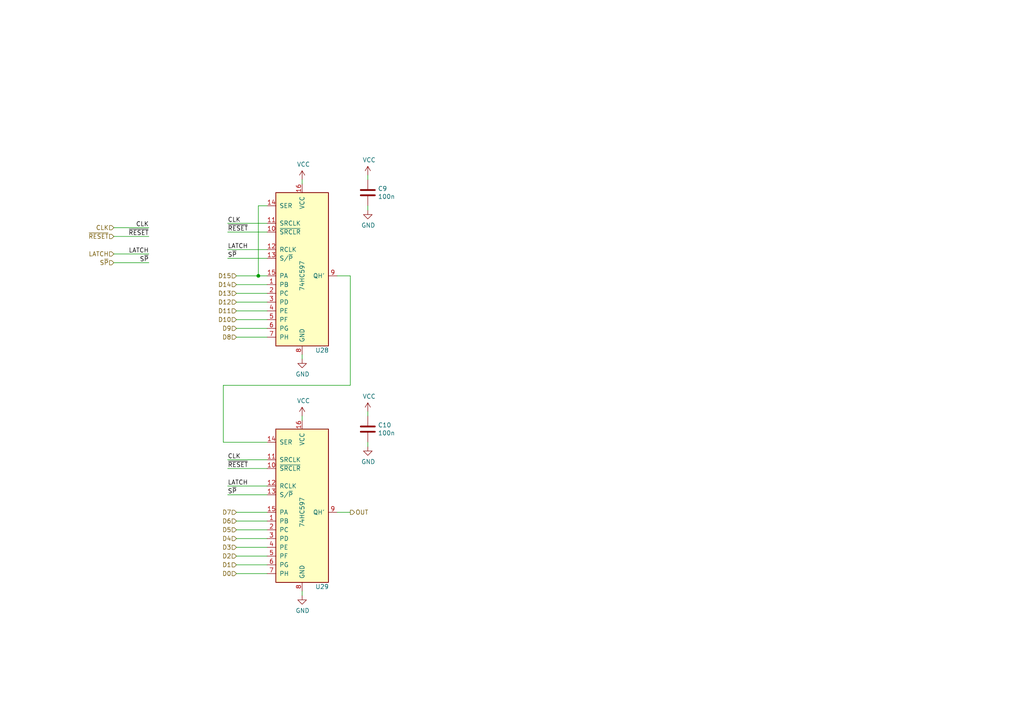
<source format=kicad_sch>
(kicad_sch (version 20211123) (generator eeschema)
  (paper "A4")
  (lib_symbols
    (symbol "Device:C" (pin_numbers hide) (pin_names (offset 0.254))
      (property "Reference" "C" (at 0.635 2.54 0))
      (property "Value" "C" (at 0.635 -2.54 0))
      (symbol "C_0_1"
        (polyline (pts (xy -2.032 -0.762) (xy 2.032 -0.762)) (stroke (width 0.508)))
        (polyline (pts (xy -2.032 0.762) (xy 2.032 0.762)) (stroke (width 0.508)))
      )
      (symbol "C_1_1"
        (pin passive line (at 0 3.81 270) (length 2.794) (name "~") (number "1"))
        (pin passive line (at 0 -3.81 90) (length 2.794) (name "~") (number "2"))
      )
    )
    (symbol "power:GND" (power) (pin_names (offset 0))
      (property "Value" "GND" (at 0 -3.81 0))
      (symbol "GND_0_1"
        (polyline (pts (xy 0 0) (xy 0 -1.27) (xy 1.27 -1.27) (xy 0 -2.54) (xy -1.27 -1.27) (xy 0 -1.27)))
      )
      (symbol "GND_1_1"
        (pin power_in line (at 0 0 270) (length 0) hide (name "GND") (number "1"))
      )
    )
    (symbol "power:VCC" (power) (pin_names (offset 0))
      (property "Value" "VCC" (at 0 3.81 0))
      (symbol "VCC_0_1"
        (polyline (pts (xy -0.762 1.27) (xy 0 2.54)))
        (polyline (pts (xy 0 0) (xy 0 2.54)))
        (polyline (pts (xy 0 2.54) (xy 0.762 1.27)))
      )
      (symbol "VCC_1_1"
        (pin power_in line (at 0 0 90) (length 0) hide (name "VCC") (number "1"))
      )
    )
    (symbol "riscv-serial:74HC597" (pin_names (offset 1.016))
      (property "Reference" "U" (at 5.08 -22.86 0))
      (property "Value" "74HC597" (at 0 0 90))
      (symbol "74HC597_0_1"
        (rectangle (start -7.62 24.13) (end 7.62 -20.32) (stroke (width 0.254)) (fill (type background)))
      )
      (symbol "74HC597_1_1"
        (pin input line (at -10.16 -2.54 0) (length 2.54) (name "PB") (number "1"))
        (pin input line (at -10.16 12.7 0) (length 2.54) (name "~{SRCLR}") (number "10"))
        (pin input line (at -10.16 15.24 0) (length 2.54) (name "SRCLK") (number "11"))
        (pin input line (at -10.16 7.62 0) (length 2.54) (name "RCLK") (number "12"))
        (pin input line (at -10.16 5.08 0) (length 2.54) (name "S/~{P}") (number "13"))
        (pin input line (at -10.16 20.32 0) (length 2.54) (name "SER") (number "14"))
        (pin input line (at -10.16 0 0) (length 2.54) (name "PA") (number "15"))
        (pin power_in line (at 0 26.67 270) (length 2.54) (name "VCC") (number "16"))
        (pin input line (at -10.16 -5.08 0) (length 2.54) (name "PC") (number "2"))
        (pin input line (at -10.16 -7.62 0) (length 2.54) (name "PD") (number "3"))
        (pin input line (at -10.16 -10.16 0) (length 2.54) (name "PE") (number "4"))
        (pin input line (at -10.16 -12.7 0) (length 2.54) (name "PF") (number "5"))
        (pin input line (at -10.16 -15.24 0) (length 2.54) (name "PG") (number "6"))
        (pin input line (at -10.16 -17.78 0) (length 2.54) (name "PH") (number "7"))
        (pin power_in line (at 0 -22.86 90) (length 2.54) (name "GND") (number "8"))
        (pin output line (at 10.16 0 180) (length 2.54) (name "QH'") (number "9"))
      )
    )
  )
  (junction (at 74.93 80.01))
  (wire (pts (xy 77.47 161.29) (xy 68.58 161.29)))
  (wire (pts (xy 68.58 80.01) (xy 74.93 80.01)))
  (wire (pts (xy 64.77 111.76) (xy 64.77 128.27)))
  (wire (pts (xy 68.58 95.25) (xy 77.47 95.25)))
  (wire (pts (xy 106.68 119.38) (xy 106.68 120.65)))
  (wire (pts (xy 68.58 85.09) (xy 77.47 85.09)))
  (wire (pts (xy 77.47 82.55) (xy 68.58 82.55)))
  (wire (pts (xy 68.58 158.75) (xy 77.47 158.75)))
  (wire (pts (xy 87.63 120.65) (xy 87.63 121.92)))
  (wire (pts (xy 33.02 66.04) (xy 43.18 66.04)))
  (wire (pts (xy 77.47 156.21) (xy 68.58 156.21)))
  (wire (pts (xy 33.02 73.66) (xy 43.18 73.66)))
  (wire (pts (xy 43.18 68.58) (xy 33.02 68.58)))
  (wire (pts (xy 77.47 59.69) (xy 74.93 59.69)))
  (wire (pts (xy 77.47 64.77) (xy 66.04 64.77)))
  (wire (pts (xy 66.04 135.89) (xy 77.47 135.89)))
  (wire (pts (xy 106.68 50.8) (xy 106.68 52.07)))
  (wire (pts (xy 106.68 59.69) (xy 106.68 60.96)))
  (wire (pts (xy 77.47 151.13) (xy 68.58 151.13)))
  (wire (pts (xy 77.47 133.35) (xy 66.04 133.35)))
  (wire (pts (xy 101.6 80.01) (xy 101.6 111.76)))
  (wire (pts (xy 87.63 52.07) (xy 87.63 53.34)))
  (wire (pts (xy 77.47 72.39) (xy 66.04 72.39)))
  (wire (pts (xy 68.58 90.17) (xy 77.47 90.17)))
  (wire (pts (xy 106.68 128.27) (xy 106.68 129.54)))
  (wire (pts (xy 77.47 97.79) (xy 68.58 97.79)))
  (wire (pts (xy 77.47 140.97) (xy 66.04 140.97)))
  (wire (pts (xy 101.6 111.76) (xy 64.77 111.76)))
  (wire (pts (xy 101.6 80.01) (xy 97.79 80.01)))
  (wire (pts (xy 64.77 128.27) (xy 77.47 128.27)))
  (wire (pts (xy 66.04 67.31) (xy 77.47 67.31)))
  (wire (pts (xy 77.47 87.63) (xy 68.58 87.63)))
  (wire (pts (xy 87.63 102.87) (xy 87.63 104.14)))
  (wire (pts (xy 66.04 143.51) (xy 77.47 143.51)))
  (wire (pts (xy 77.47 166.37) (xy 68.58 166.37)))
  (wire (pts (xy 68.58 163.83) (xy 77.47 163.83)))
  (wire (pts (xy 68.58 148.59) (xy 77.47 148.59)))
  (wire (pts (xy 74.93 80.01) (xy 77.47 80.01)))
  (wire (pts (xy 68.58 153.67) (xy 77.47 153.67)))
  (wire (pts (xy 74.93 59.69) (xy 74.93 80.01)))
  (wire (pts (xy 43.18 76.2) (xy 33.02 76.2)))
  (wire (pts (xy 66.04 74.93) (xy 77.47 74.93)))
  (wire (pts (xy 77.47 92.71) (xy 68.58 92.71)))
  (wire (pts (xy 87.63 171.45) (xy 87.63 172.72)))
  (wire (pts (xy 101.6 148.59) (xy 97.79 148.59)))
  (label "CLK" (at 66.04 64.77 0))
  (label "S~{P}" (at 43.18 76.2 180))
  (label "~{RESET}" (at 66.04 67.31 0))
  (label "S~{P}" (at 66.04 74.93 0))
  (label "~{RESET}" (at 66.04 135.89 0))
  (label "~{RESET}" (at 43.18 68.58 180))
  (label "CLK" (at 66.04 133.35 0))
  (label "LATCH" (at 43.18 73.66 180))
  (label "CLK" (at 43.18 66.04 180))
  (label "S~{P}" (at 66.04 143.51 0))
  (label "LATCH" (at 66.04 72.39 0))
  (label "LATCH" (at 66.04 140.97 0))
  (hierarchical_label "LATCH" (shape input) (at 33.02 73.66 180))
  (hierarchical_label "D8" (shape input) (at 68.58 97.79 180))
  (hierarchical_label "D2" (shape input) (at 68.58 161.29 180))
  (hierarchical_label "OUT" (shape output) (at 101.6 148.59 0))
  (hierarchical_label "D13" (shape input) (at 68.58 85.09 180))
  (hierarchical_label "D4" (shape input) (at 68.58 156.21 180))
  (hierarchical_label "D9" (shape input) (at 68.58 95.25 180))
  (hierarchical_label "D3" (shape input) (at 68.58 158.75 180))
  (hierarchical_label "S~{P}" (shape input) (at 33.02 76.2 180))
  (hierarchical_label "D10" (shape input) (at 68.58 92.71 180))
  (hierarchical_label "D5" (shape input) (at 68.58 153.67 180))
  (hierarchical_label "CLK" (shape input) (at 33.02 66.04 180))
  (hierarchical_label "D12" (shape input) (at 68.58 87.63 180))
  (hierarchical_label "D15" (shape input) (at 68.58 80.01 180))
  (hierarchical_label "D7" (shape input) (at 68.58 148.59 180))
  (hierarchical_label "~{RESET}" (shape input) (at 33.02 68.58 180))
  (hierarchical_label "D6" (shape input) (at 68.58 151.13 180))
  (hierarchical_label "D11" (shape input) (at 68.58 90.17 180))
  (hierarchical_label "D14" (shape input) (at 68.58 82.55 180))
  (hierarchical_label "D0" (shape input) (at 68.58 166.37 180))
  (hierarchical_label "D1" (shape input) (at 68.58 163.83 180))
  (symbol (lib_id "power:VCC") (at 106.68 50.8 0)
    (property "Reference" "#PWR0128" (effects hide))
    (property "Value" "VCC" (at 107.061 46.4058 0))
  )
  (symbol (lib_id "power:GND") (at 106.68 60.96 0)
    (property "Reference" "#PWR0130" (effects hide))
    (property "Value" "GND" (at 106.807 65.3542 0))
  )
  (symbol (lib_id "power:GND") (at 106.68 129.54 0)
    (property "Reference" "#PWR0134" (effects hide))
    (property "Value" "GND" (at 106.807 133.9342 0))
  )
  (symbol (lib_id "power:GND") (at 87.63 104.14 0)
    (property "Reference" "#PWR0131" (effects hide))
    (property "Value" "GND" (at 87.757 108.5342 0))
  )
  (symbol (lib_id "riscv-serial:74HC597") (at 87.63 80.01 0)
    (property "Reference" "U28" (at 91.44 101.6 0) (effects (justify left)))
    (property "Value" "74HC597" (at 87.63 80.01 90))
    (property "Footprint" "Package_SO:SOIC-16_3.9x9.9mm_P1.27mm" (effects hide))
  )
  (symbol (lib_id "power:VCC") (at 87.63 52.07 0)
    (property "Reference" "#PWR0129" (effects hide))
    (property "Value" "VCC" (at 88.011 47.6758 0))
  )
  (symbol (lib_id "Device:C") (at 106.68 55.88 0)
    (property "Reference" "C9" (at 109.601 54.7116 0) (effects (justify left)))
    (property "Value" "100n" (at 109.601 57.023 0) (effects (justify left)))
    (property "Footprint" "Capacitor_SMD:C_0805_2012Metric_Pad1.18x1.45mm_HandSolder" (effects hide))
  )
  (symbol (lib_id "riscv-serial:74HC597") (at 87.63 148.59 0)
    (property "Reference" "U29" (at 91.44 170.18 0) (effects (justify left)))
    (property "Value" "74HC597" (at 87.63 148.59 90))
    (property "Footprint" "Package_SO:SOIC-16_3.9x9.9mm_P1.27mm" (effects hide))
  )
  (symbol (lib_id "power:VCC") (at 87.63 120.65 0)
    (property "Reference" "#PWR0133" (effects hide))
    (property "Value" "VCC" (at 88.011 116.2558 0))
  )
  (symbol (lib_id "power:GND") (at 87.63 172.72 0)
    (property "Reference" "#PWR0135" (effects hide))
    (property "Value" "GND" (at 87.757 177.1142 0))
  )
  (symbol (lib_id "Device:C") (at 106.68 124.46 0)
    (property "Reference" "C10" (at 109.601 123.2916 0) (effects (justify left)))
    (property "Value" "100n" (at 109.601 125.603 0) (effects (justify left)))
    (property "Footprint" "Capacitor_SMD:C_0805_2012Metric_Pad1.18x1.45mm_HandSolder" (effects hide))
  )
  (symbol (lib_id "power:VCC") (at 106.68 119.38 0)
    (property "Reference" "#PWR0132" (effects hide))
    (property "Value" "VCC" (at 107.061 114.9858 0))
  )
)
</source>
